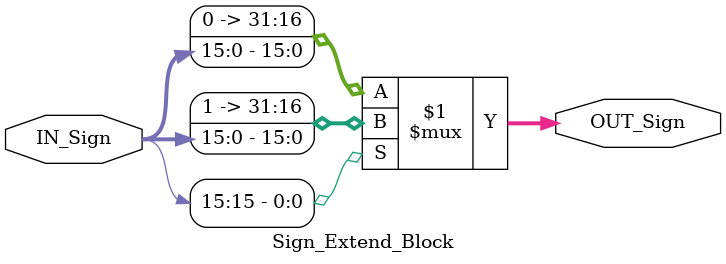
<source format=v>
module Sign_Extend_Block #(parameter DATA_WIDTH=32)
(
    input wire [(DATA_WIDTH/2)-1:0] IN_Sign,
    output wire [DATA_WIDTH-1:0] OUT_Sign
);
assign OUT_Sign = IN_Sign[(DATA_WIDTH/2)-1]? {16'hffff, IN_Sign} : {16'h0000, IN_Sign};
endmodule
</source>
